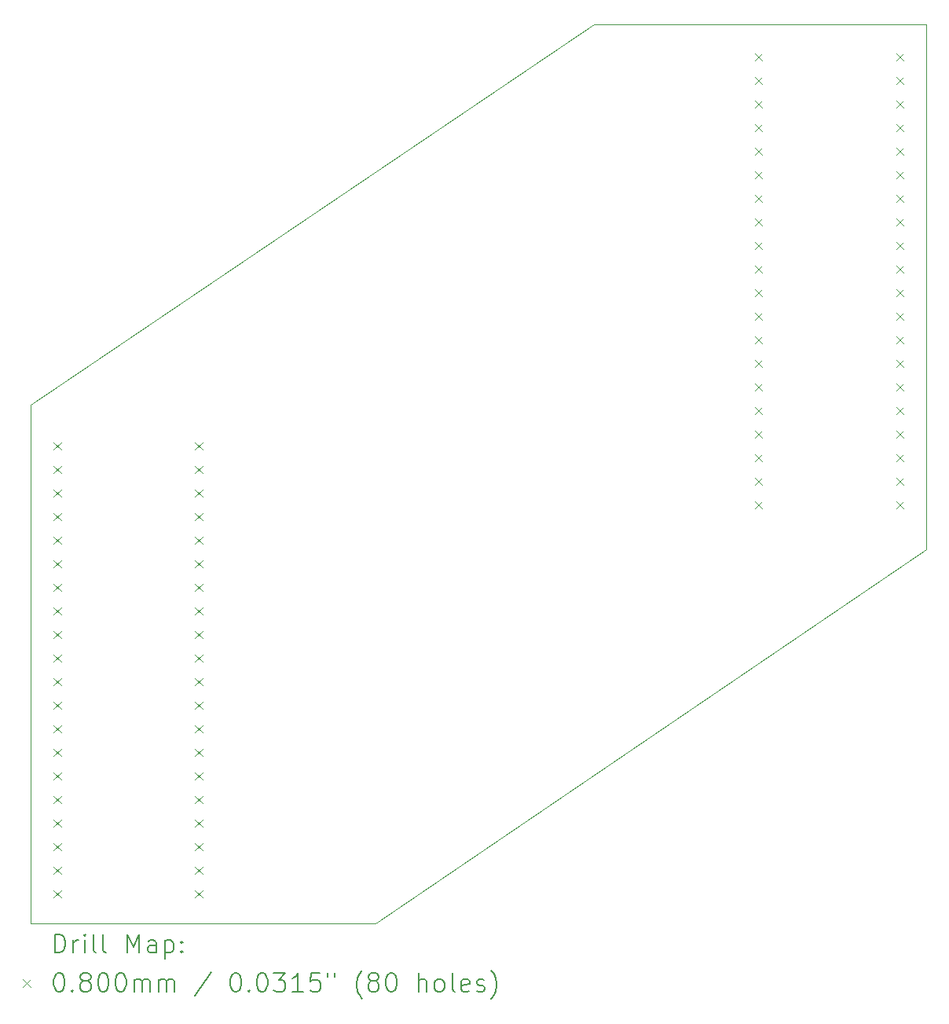
<source format=gbr>
%TF.GenerationSoftware,KiCad,Pcbnew,7.0.7*%
%TF.CreationDate,2024-01-01T13:21:11+01:00*%
%TF.ProjectId,A500-Kickadapter,41353030-2d4b-4696-936b-616461707465,rev?*%
%TF.SameCoordinates,Original*%
%TF.FileFunction,Drillmap*%
%TF.FilePolarity,Positive*%
%FSLAX45Y45*%
G04 Gerber Fmt 4.5, Leading zero omitted, Abs format (unit mm)*
G04 Created by KiCad (PCBNEW 7.0.7) date 2024-01-01 13:21:11*
%MOMM*%
%LPD*%
G01*
G04 APERTURE LIST*
%ADD10C,0.100000*%
%ADD11C,0.200000*%
%ADD12C,0.080000*%
G04 APERTURE END LIST*
D10*
X9810750Y-13208000D02*
X13525500Y-13208000D01*
X19462750Y-3524250D02*
X19462750Y-9175750D01*
X15875000Y-3524250D02*
X9810750Y-7620000D01*
X19462750Y-3524250D02*
X15875000Y-3524250D01*
X9810750Y-13208000D02*
X9810750Y-7620000D01*
X13525500Y-13208000D02*
X19462750Y-9175750D01*
D11*
D12*
X10056500Y-8024500D02*
X10136500Y-8104500D01*
X10136500Y-8024500D02*
X10056500Y-8104500D01*
X10056500Y-8278500D02*
X10136500Y-8358500D01*
X10136500Y-8278500D02*
X10056500Y-8358500D01*
X10056500Y-8532500D02*
X10136500Y-8612500D01*
X10136500Y-8532500D02*
X10056500Y-8612500D01*
X10056500Y-8786500D02*
X10136500Y-8866500D01*
X10136500Y-8786500D02*
X10056500Y-8866500D01*
X10056500Y-9040500D02*
X10136500Y-9120500D01*
X10136500Y-9040500D02*
X10056500Y-9120500D01*
X10056500Y-9294500D02*
X10136500Y-9374500D01*
X10136500Y-9294500D02*
X10056500Y-9374500D01*
X10056500Y-9548500D02*
X10136500Y-9628500D01*
X10136500Y-9548500D02*
X10056500Y-9628500D01*
X10056500Y-9802500D02*
X10136500Y-9882500D01*
X10136500Y-9802500D02*
X10056500Y-9882500D01*
X10056500Y-10056500D02*
X10136500Y-10136500D01*
X10136500Y-10056500D02*
X10056500Y-10136500D01*
X10056500Y-10310500D02*
X10136500Y-10390500D01*
X10136500Y-10310500D02*
X10056500Y-10390500D01*
X10056500Y-10564500D02*
X10136500Y-10644500D01*
X10136500Y-10564500D02*
X10056500Y-10644500D01*
X10056500Y-10818500D02*
X10136500Y-10898500D01*
X10136500Y-10818500D02*
X10056500Y-10898500D01*
X10056500Y-11072500D02*
X10136500Y-11152500D01*
X10136500Y-11072500D02*
X10056500Y-11152500D01*
X10056500Y-11326500D02*
X10136500Y-11406500D01*
X10136500Y-11326500D02*
X10056500Y-11406500D01*
X10056500Y-11580500D02*
X10136500Y-11660500D01*
X10136500Y-11580500D02*
X10056500Y-11660500D01*
X10056500Y-11834500D02*
X10136500Y-11914500D01*
X10136500Y-11834500D02*
X10056500Y-11914500D01*
X10056500Y-12088500D02*
X10136500Y-12168500D01*
X10136500Y-12088500D02*
X10056500Y-12168500D01*
X10056500Y-12342500D02*
X10136500Y-12422500D01*
X10136500Y-12342500D02*
X10056500Y-12422500D01*
X10056500Y-12596500D02*
X10136500Y-12676500D01*
X10136500Y-12596500D02*
X10056500Y-12676500D01*
X10056500Y-12850500D02*
X10136500Y-12930500D01*
X10136500Y-12850500D02*
X10056500Y-12930500D01*
X11580500Y-8024500D02*
X11660500Y-8104500D01*
X11660500Y-8024500D02*
X11580500Y-8104500D01*
X11580500Y-8278500D02*
X11660500Y-8358500D01*
X11660500Y-8278500D02*
X11580500Y-8358500D01*
X11580500Y-8532500D02*
X11660500Y-8612500D01*
X11660500Y-8532500D02*
X11580500Y-8612500D01*
X11580500Y-8786500D02*
X11660500Y-8866500D01*
X11660500Y-8786500D02*
X11580500Y-8866500D01*
X11580500Y-9040500D02*
X11660500Y-9120500D01*
X11660500Y-9040500D02*
X11580500Y-9120500D01*
X11580500Y-9294500D02*
X11660500Y-9374500D01*
X11660500Y-9294500D02*
X11580500Y-9374500D01*
X11580500Y-9548500D02*
X11660500Y-9628500D01*
X11660500Y-9548500D02*
X11580500Y-9628500D01*
X11580500Y-9802500D02*
X11660500Y-9882500D01*
X11660500Y-9802500D02*
X11580500Y-9882500D01*
X11580500Y-10056500D02*
X11660500Y-10136500D01*
X11660500Y-10056500D02*
X11580500Y-10136500D01*
X11580500Y-10310500D02*
X11660500Y-10390500D01*
X11660500Y-10310500D02*
X11580500Y-10390500D01*
X11580500Y-10564500D02*
X11660500Y-10644500D01*
X11660500Y-10564500D02*
X11580500Y-10644500D01*
X11580500Y-10818500D02*
X11660500Y-10898500D01*
X11660500Y-10818500D02*
X11580500Y-10898500D01*
X11580500Y-11072500D02*
X11660500Y-11152500D01*
X11660500Y-11072500D02*
X11580500Y-11152500D01*
X11580500Y-11326500D02*
X11660500Y-11406500D01*
X11660500Y-11326500D02*
X11580500Y-11406500D01*
X11580500Y-11580500D02*
X11660500Y-11660500D01*
X11660500Y-11580500D02*
X11580500Y-11660500D01*
X11580500Y-11834500D02*
X11660500Y-11914500D01*
X11660500Y-11834500D02*
X11580500Y-11914500D01*
X11580500Y-12088500D02*
X11660500Y-12168500D01*
X11660500Y-12088500D02*
X11580500Y-12168500D01*
X11580500Y-12342500D02*
X11660500Y-12422500D01*
X11660500Y-12342500D02*
X11580500Y-12422500D01*
X11580500Y-12596500D02*
X11660500Y-12676500D01*
X11660500Y-12596500D02*
X11580500Y-12676500D01*
X11580500Y-12850500D02*
X11660500Y-12930500D01*
X11660500Y-12850500D02*
X11580500Y-12930500D01*
X17613000Y-3833500D02*
X17693000Y-3913500D01*
X17693000Y-3833500D02*
X17613000Y-3913500D01*
X17613000Y-4087500D02*
X17693000Y-4167500D01*
X17693000Y-4087500D02*
X17613000Y-4167500D01*
X17613000Y-4341500D02*
X17693000Y-4421500D01*
X17693000Y-4341500D02*
X17613000Y-4421500D01*
X17613000Y-4595500D02*
X17693000Y-4675500D01*
X17693000Y-4595500D02*
X17613000Y-4675500D01*
X17613000Y-4849500D02*
X17693000Y-4929500D01*
X17693000Y-4849500D02*
X17613000Y-4929500D01*
X17613000Y-5103500D02*
X17693000Y-5183500D01*
X17693000Y-5103500D02*
X17613000Y-5183500D01*
X17613000Y-5357500D02*
X17693000Y-5437500D01*
X17693000Y-5357500D02*
X17613000Y-5437500D01*
X17613000Y-5611500D02*
X17693000Y-5691500D01*
X17693000Y-5611500D02*
X17613000Y-5691500D01*
X17613000Y-5865500D02*
X17693000Y-5945500D01*
X17693000Y-5865500D02*
X17613000Y-5945500D01*
X17613000Y-6119500D02*
X17693000Y-6199500D01*
X17693000Y-6119500D02*
X17613000Y-6199500D01*
X17613000Y-6373500D02*
X17693000Y-6453500D01*
X17693000Y-6373500D02*
X17613000Y-6453500D01*
X17613000Y-6627500D02*
X17693000Y-6707500D01*
X17693000Y-6627500D02*
X17613000Y-6707500D01*
X17613000Y-6881500D02*
X17693000Y-6961500D01*
X17693000Y-6881500D02*
X17613000Y-6961500D01*
X17613000Y-7135500D02*
X17693000Y-7215500D01*
X17693000Y-7135500D02*
X17613000Y-7215500D01*
X17613000Y-7389500D02*
X17693000Y-7469500D01*
X17693000Y-7389500D02*
X17613000Y-7469500D01*
X17613000Y-7643500D02*
X17693000Y-7723500D01*
X17693000Y-7643500D02*
X17613000Y-7723500D01*
X17613000Y-7897500D02*
X17693000Y-7977500D01*
X17693000Y-7897500D02*
X17613000Y-7977500D01*
X17613000Y-8151500D02*
X17693000Y-8231500D01*
X17693000Y-8151500D02*
X17613000Y-8231500D01*
X17613000Y-8405500D02*
X17693000Y-8485500D01*
X17693000Y-8405500D02*
X17613000Y-8485500D01*
X17613000Y-8659500D02*
X17693000Y-8739500D01*
X17693000Y-8659500D02*
X17613000Y-8739500D01*
X19137000Y-3833500D02*
X19217000Y-3913500D01*
X19217000Y-3833500D02*
X19137000Y-3913500D01*
X19137000Y-4087500D02*
X19217000Y-4167500D01*
X19217000Y-4087500D02*
X19137000Y-4167500D01*
X19137000Y-4341500D02*
X19217000Y-4421500D01*
X19217000Y-4341500D02*
X19137000Y-4421500D01*
X19137000Y-4595500D02*
X19217000Y-4675500D01*
X19217000Y-4595500D02*
X19137000Y-4675500D01*
X19137000Y-4849500D02*
X19217000Y-4929500D01*
X19217000Y-4849500D02*
X19137000Y-4929500D01*
X19137000Y-5103500D02*
X19217000Y-5183500D01*
X19217000Y-5103500D02*
X19137000Y-5183500D01*
X19137000Y-5357500D02*
X19217000Y-5437500D01*
X19217000Y-5357500D02*
X19137000Y-5437500D01*
X19137000Y-5611500D02*
X19217000Y-5691500D01*
X19217000Y-5611500D02*
X19137000Y-5691500D01*
X19137000Y-5865500D02*
X19217000Y-5945500D01*
X19217000Y-5865500D02*
X19137000Y-5945500D01*
X19137000Y-6119500D02*
X19217000Y-6199500D01*
X19217000Y-6119500D02*
X19137000Y-6199500D01*
X19137000Y-6373500D02*
X19217000Y-6453500D01*
X19217000Y-6373500D02*
X19137000Y-6453500D01*
X19137000Y-6627500D02*
X19217000Y-6707500D01*
X19217000Y-6627500D02*
X19137000Y-6707500D01*
X19137000Y-6881500D02*
X19217000Y-6961500D01*
X19217000Y-6881500D02*
X19137000Y-6961500D01*
X19137000Y-7135500D02*
X19217000Y-7215500D01*
X19217000Y-7135500D02*
X19137000Y-7215500D01*
X19137000Y-7389500D02*
X19217000Y-7469500D01*
X19217000Y-7389500D02*
X19137000Y-7469500D01*
X19137000Y-7643500D02*
X19217000Y-7723500D01*
X19217000Y-7643500D02*
X19137000Y-7723500D01*
X19137000Y-7897500D02*
X19217000Y-7977500D01*
X19217000Y-7897500D02*
X19137000Y-7977500D01*
X19137000Y-8151500D02*
X19217000Y-8231500D01*
X19217000Y-8151500D02*
X19137000Y-8231500D01*
X19137000Y-8405500D02*
X19217000Y-8485500D01*
X19217000Y-8405500D02*
X19137000Y-8485500D01*
X19137000Y-8659500D02*
X19217000Y-8739500D01*
X19217000Y-8659500D02*
X19137000Y-8739500D01*
D11*
X10066527Y-13524484D02*
X10066527Y-13324484D01*
X10066527Y-13324484D02*
X10114146Y-13324484D01*
X10114146Y-13324484D02*
X10142717Y-13334008D01*
X10142717Y-13334008D02*
X10161765Y-13353055D01*
X10161765Y-13353055D02*
X10171289Y-13372103D01*
X10171289Y-13372103D02*
X10180813Y-13410198D01*
X10180813Y-13410198D02*
X10180813Y-13438769D01*
X10180813Y-13438769D02*
X10171289Y-13476865D01*
X10171289Y-13476865D02*
X10161765Y-13495912D01*
X10161765Y-13495912D02*
X10142717Y-13514960D01*
X10142717Y-13514960D02*
X10114146Y-13524484D01*
X10114146Y-13524484D02*
X10066527Y-13524484D01*
X10266527Y-13524484D02*
X10266527Y-13391150D01*
X10266527Y-13429246D02*
X10276051Y-13410198D01*
X10276051Y-13410198D02*
X10285574Y-13400674D01*
X10285574Y-13400674D02*
X10304622Y-13391150D01*
X10304622Y-13391150D02*
X10323670Y-13391150D01*
X10390336Y-13524484D02*
X10390336Y-13391150D01*
X10390336Y-13324484D02*
X10380813Y-13334008D01*
X10380813Y-13334008D02*
X10390336Y-13343531D01*
X10390336Y-13343531D02*
X10399860Y-13334008D01*
X10399860Y-13334008D02*
X10390336Y-13324484D01*
X10390336Y-13324484D02*
X10390336Y-13343531D01*
X10514146Y-13524484D02*
X10495098Y-13514960D01*
X10495098Y-13514960D02*
X10485574Y-13495912D01*
X10485574Y-13495912D02*
X10485574Y-13324484D01*
X10618908Y-13524484D02*
X10599860Y-13514960D01*
X10599860Y-13514960D02*
X10590336Y-13495912D01*
X10590336Y-13495912D02*
X10590336Y-13324484D01*
X10847479Y-13524484D02*
X10847479Y-13324484D01*
X10847479Y-13324484D02*
X10914146Y-13467341D01*
X10914146Y-13467341D02*
X10980813Y-13324484D01*
X10980813Y-13324484D02*
X10980813Y-13524484D01*
X11161765Y-13524484D02*
X11161765Y-13419722D01*
X11161765Y-13419722D02*
X11152241Y-13400674D01*
X11152241Y-13400674D02*
X11133194Y-13391150D01*
X11133194Y-13391150D02*
X11095098Y-13391150D01*
X11095098Y-13391150D02*
X11076051Y-13400674D01*
X11161765Y-13514960D02*
X11142717Y-13524484D01*
X11142717Y-13524484D02*
X11095098Y-13524484D01*
X11095098Y-13524484D02*
X11076051Y-13514960D01*
X11076051Y-13514960D02*
X11066527Y-13495912D01*
X11066527Y-13495912D02*
X11066527Y-13476865D01*
X11066527Y-13476865D02*
X11076051Y-13457817D01*
X11076051Y-13457817D02*
X11095098Y-13448293D01*
X11095098Y-13448293D02*
X11142717Y-13448293D01*
X11142717Y-13448293D02*
X11161765Y-13438769D01*
X11257003Y-13391150D02*
X11257003Y-13591150D01*
X11257003Y-13400674D02*
X11276051Y-13391150D01*
X11276051Y-13391150D02*
X11314146Y-13391150D01*
X11314146Y-13391150D02*
X11333193Y-13400674D01*
X11333193Y-13400674D02*
X11342717Y-13410198D01*
X11342717Y-13410198D02*
X11352241Y-13429246D01*
X11352241Y-13429246D02*
X11352241Y-13486388D01*
X11352241Y-13486388D02*
X11342717Y-13505436D01*
X11342717Y-13505436D02*
X11333193Y-13514960D01*
X11333193Y-13514960D02*
X11314146Y-13524484D01*
X11314146Y-13524484D02*
X11276051Y-13524484D01*
X11276051Y-13524484D02*
X11257003Y-13514960D01*
X11437955Y-13505436D02*
X11447479Y-13514960D01*
X11447479Y-13514960D02*
X11437955Y-13524484D01*
X11437955Y-13524484D02*
X11428432Y-13514960D01*
X11428432Y-13514960D02*
X11437955Y-13505436D01*
X11437955Y-13505436D02*
X11437955Y-13524484D01*
X11437955Y-13400674D02*
X11447479Y-13410198D01*
X11447479Y-13410198D02*
X11437955Y-13419722D01*
X11437955Y-13419722D02*
X11428432Y-13410198D01*
X11428432Y-13410198D02*
X11437955Y-13400674D01*
X11437955Y-13400674D02*
X11437955Y-13419722D01*
D12*
X9725750Y-13813000D02*
X9805750Y-13893000D01*
X9805750Y-13813000D02*
X9725750Y-13893000D01*
D11*
X10104622Y-13744484D02*
X10123670Y-13744484D01*
X10123670Y-13744484D02*
X10142717Y-13754008D01*
X10142717Y-13754008D02*
X10152241Y-13763531D01*
X10152241Y-13763531D02*
X10161765Y-13782579D01*
X10161765Y-13782579D02*
X10171289Y-13820674D01*
X10171289Y-13820674D02*
X10171289Y-13868293D01*
X10171289Y-13868293D02*
X10161765Y-13906388D01*
X10161765Y-13906388D02*
X10152241Y-13925436D01*
X10152241Y-13925436D02*
X10142717Y-13934960D01*
X10142717Y-13934960D02*
X10123670Y-13944484D01*
X10123670Y-13944484D02*
X10104622Y-13944484D01*
X10104622Y-13944484D02*
X10085574Y-13934960D01*
X10085574Y-13934960D02*
X10076051Y-13925436D01*
X10076051Y-13925436D02*
X10066527Y-13906388D01*
X10066527Y-13906388D02*
X10057003Y-13868293D01*
X10057003Y-13868293D02*
X10057003Y-13820674D01*
X10057003Y-13820674D02*
X10066527Y-13782579D01*
X10066527Y-13782579D02*
X10076051Y-13763531D01*
X10076051Y-13763531D02*
X10085574Y-13754008D01*
X10085574Y-13754008D02*
X10104622Y-13744484D01*
X10257003Y-13925436D02*
X10266527Y-13934960D01*
X10266527Y-13934960D02*
X10257003Y-13944484D01*
X10257003Y-13944484D02*
X10247479Y-13934960D01*
X10247479Y-13934960D02*
X10257003Y-13925436D01*
X10257003Y-13925436D02*
X10257003Y-13944484D01*
X10380813Y-13830198D02*
X10361765Y-13820674D01*
X10361765Y-13820674D02*
X10352241Y-13811150D01*
X10352241Y-13811150D02*
X10342717Y-13792103D01*
X10342717Y-13792103D02*
X10342717Y-13782579D01*
X10342717Y-13782579D02*
X10352241Y-13763531D01*
X10352241Y-13763531D02*
X10361765Y-13754008D01*
X10361765Y-13754008D02*
X10380813Y-13744484D01*
X10380813Y-13744484D02*
X10418908Y-13744484D01*
X10418908Y-13744484D02*
X10437955Y-13754008D01*
X10437955Y-13754008D02*
X10447479Y-13763531D01*
X10447479Y-13763531D02*
X10457003Y-13782579D01*
X10457003Y-13782579D02*
X10457003Y-13792103D01*
X10457003Y-13792103D02*
X10447479Y-13811150D01*
X10447479Y-13811150D02*
X10437955Y-13820674D01*
X10437955Y-13820674D02*
X10418908Y-13830198D01*
X10418908Y-13830198D02*
X10380813Y-13830198D01*
X10380813Y-13830198D02*
X10361765Y-13839722D01*
X10361765Y-13839722D02*
X10352241Y-13849246D01*
X10352241Y-13849246D02*
X10342717Y-13868293D01*
X10342717Y-13868293D02*
X10342717Y-13906388D01*
X10342717Y-13906388D02*
X10352241Y-13925436D01*
X10352241Y-13925436D02*
X10361765Y-13934960D01*
X10361765Y-13934960D02*
X10380813Y-13944484D01*
X10380813Y-13944484D02*
X10418908Y-13944484D01*
X10418908Y-13944484D02*
X10437955Y-13934960D01*
X10437955Y-13934960D02*
X10447479Y-13925436D01*
X10447479Y-13925436D02*
X10457003Y-13906388D01*
X10457003Y-13906388D02*
X10457003Y-13868293D01*
X10457003Y-13868293D02*
X10447479Y-13849246D01*
X10447479Y-13849246D02*
X10437955Y-13839722D01*
X10437955Y-13839722D02*
X10418908Y-13830198D01*
X10580813Y-13744484D02*
X10599860Y-13744484D01*
X10599860Y-13744484D02*
X10618908Y-13754008D01*
X10618908Y-13754008D02*
X10628432Y-13763531D01*
X10628432Y-13763531D02*
X10637955Y-13782579D01*
X10637955Y-13782579D02*
X10647479Y-13820674D01*
X10647479Y-13820674D02*
X10647479Y-13868293D01*
X10647479Y-13868293D02*
X10637955Y-13906388D01*
X10637955Y-13906388D02*
X10628432Y-13925436D01*
X10628432Y-13925436D02*
X10618908Y-13934960D01*
X10618908Y-13934960D02*
X10599860Y-13944484D01*
X10599860Y-13944484D02*
X10580813Y-13944484D01*
X10580813Y-13944484D02*
X10561765Y-13934960D01*
X10561765Y-13934960D02*
X10552241Y-13925436D01*
X10552241Y-13925436D02*
X10542717Y-13906388D01*
X10542717Y-13906388D02*
X10533194Y-13868293D01*
X10533194Y-13868293D02*
X10533194Y-13820674D01*
X10533194Y-13820674D02*
X10542717Y-13782579D01*
X10542717Y-13782579D02*
X10552241Y-13763531D01*
X10552241Y-13763531D02*
X10561765Y-13754008D01*
X10561765Y-13754008D02*
X10580813Y-13744484D01*
X10771289Y-13744484D02*
X10790336Y-13744484D01*
X10790336Y-13744484D02*
X10809384Y-13754008D01*
X10809384Y-13754008D02*
X10818908Y-13763531D01*
X10818908Y-13763531D02*
X10828432Y-13782579D01*
X10828432Y-13782579D02*
X10837955Y-13820674D01*
X10837955Y-13820674D02*
X10837955Y-13868293D01*
X10837955Y-13868293D02*
X10828432Y-13906388D01*
X10828432Y-13906388D02*
X10818908Y-13925436D01*
X10818908Y-13925436D02*
X10809384Y-13934960D01*
X10809384Y-13934960D02*
X10790336Y-13944484D01*
X10790336Y-13944484D02*
X10771289Y-13944484D01*
X10771289Y-13944484D02*
X10752241Y-13934960D01*
X10752241Y-13934960D02*
X10742717Y-13925436D01*
X10742717Y-13925436D02*
X10733194Y-13906388D01*
X10733194Y-13906388D02*
X10723670Y-13868293D01*
X10723670Y-13868293D02*
X10723670Y-13820674D01*
X10723670Y-13820674D02*
X10733194Y-13782579D01*
X10733194Y-13782579D02*
X10742717Y-13763531D01*
X10742717Y-13763531D02*
X10752241Y-13754008D01*
X10752241Y-13754008D02*
X10771289Y-13744484D01*
X10923670Y-13944484D02*
X10923670Y-13811150D01*
X10923670Y-13830198D02*
X10933194Y-13820674D01*
X10933194Y-13820674D02*
X10952241Y-13811150D01*
X10952241Y-13811150D02*
X10980813Y-13811150D01*
X10980813Y-13811150D02*
X10999860Y-13820674D01*
X10999860Y-13820674D02*
X11009384Y-13839722D01*
X11009384Y-13839722D02*
X11009384Y-13944484D01*
X11009384Y-13839722D02*
X11018908Y-13820674D01*
X11018908Y-13820674D02*
X11037955Y-13811150D01*
X11037955Y-13811150D02*
X11066527Y-13811150D01*
X11066527Y-13811150D02*
X11085575Y-13820674D01*
X11085575Y-13820674D02*
X11095098Y-13839722D01*
X11095098Y-13839722D02*
X11095098Y-13944484D01*
X11190336Y-13944484D02*
X11190336Y-13811150D01*
X11190336Y-13830198D02*
X11199860Y-13820674D01*
X11199860Y-13820674D02*
X11218908Y-13811150D01*
X11218908Y-13811150D02*
X11247479Y-13811150D01*
X11247479Y-13811150D02*
X11266527Y-13820674D01*
X11266527Y-13820674D02*
X11276051Y-13839722D01*
X11276051Y-13839722D02*
X11276051Y-13944484D01*
X11276051Y-13839722D02*
X11285574Y-13820674D01*
X11285574Y-13820674D02*
X11304622Y-13811150D01*
X11304622Y-13811150D02*
X11333193Y-13811150D01*
X11333193Y-13811150D02*
X11352241Y-13820674D01*
X11352241Y-13820674D02*
X11361765Y-13839722D01*
X11361765Y-13839722D02*
X11361765Y-13944484D01*
X11752241Y-13734960D02*
X11580813Y-13992103D01*
X12009384Y-13744484D02*
X12028432Y-13744484D01*
X12028432Y-13744484D02*
X12047479Y-13754008D01*
X12047479Y-13754008D02*
X12057003Y-13763531D01*
X12057003Y-13763531D02*
X12066527Y-13782579D01*
X12066527Y-13782579D02*
X12076051Y-13820674D01*
X12076051Y-13820674D02*
X12076051Y-13868293D01*
X12076051Y-13868293D02*
X12066527Y-13906388D01*
X12066527Y-13906388D02*
X12057003Y-13925436D01*
X12057003Y-13925436D02*
X12047479Y-13934960D01*
X12047479Y-13934960D02*
X12028432Y-13944484D01*
X12028432Y-13944484D02*
X12009384Y-13944484D01*
X12009384Y-13944484D02*
X11990336Y-13934960D01*
X11990336Y-13934960D02*
X11980813Y-13925436D01*
X11980813Y-13925436D02*
X11971289Y-13906388D01*
X11971289Y-13906388D02*
X11961765Y-13868293D01*
X11961765Y-13868293D02*
X11961765Y-13820674D01*
X11961765Y-13820674D02*
X11971289Y-13782579D01*
X11971289Y-13782579D02*
X11980813Y-13763531D01*
X11980813Y-13763531D02*
X11990336Y-13754008D01*
X11990336Y-13754008D02*
X12009384Y-13744484D01*
X12161765Y-13925436D02*
X12171289Y-13934960D01*
X12171289Y-13934960D02*
X12161765Y-13944484D01*
X12161765Y-13944484D02*
X12152241Y-13934960D01*
X12152241Y-13934960D02*
X12161765Y-13925436D01*
X12161765Y-13925436D02*
X12161765Y-13944484D01*
X12295098Y-13744484D02*
X12314146Y-13744484D01*
X12314146Y-13744484D02*
X12333194Y-13754008D01*
X12333194Y-13754008D02*
X12342717Y-13763531D01*
X12342717Y-13763531D02*
X12352241Y-13782579D01*
X12352241Y-13782579D02*
X12361765Y-13820674D01*
X12361765Y-13820674D02*
X12361765Y-13868293D01*
X12361765Y-13868293D02*
X12352241Y-13906388D01*
X12352241Y-13906388D02*
X12342717Y-13925436D01*
X12342717Y-13925436D02*
X12333194Y-13934960D01*
X12333194Y-13934960D02*
X12314146Y-13944484D01*
X12314146Y-13944484D02*
X12295098Y-13944484D01*
X12295098Y-13944484D02*
X12276051Y-13934960D01*
X12276051Y-13934960D02*
X12266527Y-13925436D01*
X12266527Y-13925436D02*
X12257003Y-13906388D01*
X12257003Y-13906388D02*
X12247479Y-13868293D01*
X12247479Y-13868293D02*
X12247479Y-13820674D01*
X12247479Y-13820674D02*
X12257003Y-13782579D01*
X12257003Y-13782579D02*
X12266527Y-13763531D01*
X12266527Y-13763531D02*
X12276051Y-13754008D01*
X12276051Y-13754008D02*
X12295098Y-13744484D01*
X12428432Y-13744484D02*
X12552241Y-13744484D01*
X12552241Y-13744484D02*
X12485575Y-13820674D01*
X12485575Y-13820674D02*
X12514146Y-13820674D01*
X12514146Y-13820674D02*
X12533194Y-13830198D01*
X12533194Y-13830198D02*
X12542717Y-13839722D01*
X12542717Y-13839722D02*
X12552241Y-13858769D01*
X12552241Y-13858769D02*
X12552241Y-13906388D01*
X12552241Y-13906388D02*
X12542717Y-13925436D01*
X12542717Y-13925436D02*
X12533194Y-13934960D01*
X12533194Y-13934960D02*
X12514146Y-13944484D01*
X12514146Y-13944484D02*
X12457003Y-13944484D01*
X12457003Y-13944484D02*
X12437956Y-13934960D01*
X12437956Y-13934960D02*
X12428432Y-13925436D01*
X12742717Y-13944484D02*
X12628432Y-13944484D01*
X12685575Y-13944484D02*
X12685575Y-13744484D01*
X12685575Y-13744484D02*
X12666527Y-13773055D01*
X12666527Y-13773055D02*
X12647479Y-13792103D01*
X12647479Y-13792103D02*
X12628432Y-13801627D01*
X12923670Y-13744484D02*
X12828432Y-13744484D01*
X12828432Y-13744484D02*
X12818908Y-13839722D01*
X12818908Y-13839722D02*
X12828432Y-13830198D01*
X12828432Y-13830198D02*
X12847479Y-13820674D01*
X12847479Y-13820674D02*
X12895098Y-13820674D01*
X12895098Y-13820674D02*
X12914146Y-13830198D01*
X12914146Y-13830198D02*
X12923670Y-13839722D01*
X12923670Y-13839722D02*
X12933194Y-13858769D01*
X12933194Y-13858769D02*
X12933194Y-13906388D01*
X12933194Y-13906388D02*
X12923670Y-13925436D01*
X12923670Y-13925436D02*
X12914146Y-13934960D01*
X12914146Y-13934960D02*
X12895098Y-13944484D01*
X12895098Y-13944484D02*
X12847479Y-13944484D01*
X12847479Y-13944484D02*
X12828432Y-13934960D01*
X12828432Y-13934960D02*
X12818908Y-13925436D01*
X13009384Y-13744484D02*
X13009384Y-13782579D01*
X13085575Y-13744484D02*
X13085575Y-13782579D01*
X13380813Y-14020674D02*
X13371289Y-14011150D01*
X13371289Y-14011150D02*
X13352241Y-13982579D01*
X13352241Y-13982579D02*
X13342718Y-13963531D01*
X13342718Y-13963531D02*
X13333194Y-13934960D01*
X13333194Y-13934960D02*
X13323670Y-13887341D01*
X13323670Y-13887341D02*
X13323670Y-13849246D01*
X13323670Y-13849246D02*
X13333194Y-13801627D01*
X13333194Y-13801627D02*
X13342718Y-13773055D01*
X13342718Y-13773055D02*
X13352241Y-13754008D01*
X13352241Y-13754008D02*
X13371289Y-13725436D01*
X13371289Y-13725436D02*
X13380813Y-13715912D01*
X13485575Y-13830198D02*
X13466527Y-13820674D01*
X13466527Y-13820674D02*
X13457003Y-13811150D01*
X13457003Y-13811150D02*
X13447479Y-13792103D01*
X13447479Y-13792103D02*
X13447479Y-13782579D01*
X13447479Y-13782579D02*
X13457003Y-13763531D01*
X13457003Y-13763531D02*
X13466527Y-13754008D01*
X13466527Y-13754008D02*
X13485575Y-13744484D01*
X13485575Y-13744484D02*
X13523670Y-13744484D01*
X13523670Y-13744484D02*
X13542718Y-13754008D01*
X13542718Y-13754008D02*
X13552241Y-13763531D01*
X13552241Y-13763531D02*
X13561765Y-13782579D01*
X13561765Y-13782579D02*
X13561765Y-13792103D01*
X13561765Y-13792103D02*
X13552241Y-13811150D01*
X13552241Y-13811150D02*
X13542718Y-13820674D01*
X13542718Y-13820674D02*
X13523670Y-13830198D01*
X13523670Y-13830198D02*
X13485575Y-13830198D01*
X13485575Y-13830198D02*
X13466527Y-13839722D01*
X13466527Y-13839722D02*
X13457003Y-13849246D01*
X13457003Y-13849246D02*
X13447479Y-13868293D01*
X13447479Y-13868293D02*
X13447479Y-13906388D01*
X13447479Y-13906388D02*
X13457003Y-13925436D01*
X13457003Y-13925436D02*
X13466527Y-13934960D01*
X13466527Y-13934960D02*
X13485575Y-13944484D01*
X13485575Y-13944484D02*
X13523670Y-13944484D01*
X13523670Y-13944484D02*
X13542718Y-13934960D01*
X13542718Y-13934960D02*
X13552241Y-13925436D01*
X13552241Y-13925436D02*
X13561765Y-13906388D01*
X13561765Y-13906388D02*
X13561765Y-13868293D01*
X13561765Y-13868293D02*
X13552241Y-13849246D01*
X13552241Y-13849246D02*
X13542718Y-13839722D01*
X13542718Y-13839722D02*
X13523670Y-13830198D01*
X13685575Y-13744484D02*
X13704622Y-13744484D01*
X13704622Y-13744484D02*
X13723670Y-13754008D01*
X13723670Y-13754008D02*
X13733194Y-13763531D01*
X13733194Y-13763531D02*
X13742718Y-13782579D01*
X13742718Y-13782579D02*
X13752241Y-13820674D01*
X13752241Y-13820674D02*
X13752241Y-13868293D01*
X13752241Y-13868293D02*
X13742718Y-13906388D01*
X13742718Y-13906388D02*
X13733194Y-13925436D01*
X13733194Y-13925436D02*
X13723670Y-13934960D01*
X13723670Y-13934960D02*
X13704622Y-13944484D01*
X13704622Y-13944484D02*
X13685575Y-13944484D01*
X13685575Y-13944484D02*
X13666527Y-13934960D01*
X13666527Y-13934960D02*
X13657003Y-13925436D01*
X13657003Y-13925436D02*
X13647479Y-13906388D01*
X13647479Y-13906388D02*
X13637956Y-13868293D01*
X13637956Y-13868293D02*
X13637956Y-13820674D01*
X13637956Y-13820674D02*
X13647479Y-13782579D01*
X13647479Y-13782579D02*
X13657003Y-13763531D01*
X13657003Y-13763531D02*
X13666527Y-13754008D01*
X13666527Y-13754008D02*
X13685575Y-13744484D01*
X13990337Y-13944484D02*
X13990337Y-13744484D01*
X14076051Y-13944484D02*
X14076051Y-13839722D01*
X14076051Y-13839722D02*
X14066527Y-13820674D01*
X14066527Y-13820674D02*
X14047480Y-13811150D01*
X14047480Y-13811150D02*
X14018908Y-13811150D01*
X14018908Y-13811150D02*
X13999860Y-13820674D01*
X13999860Y-13820674D02*
X13990337Y-13830198D01*
X14199860Y-13944484D02*
X14180813Y-13934960D01*
X14180813Y-13934960D02*
X14171289Y-13925436D01*
X14171289Y-13925436D02*
X14161765Y-13906388D01*
X14161765Y-13906388D02*
X14161765Y-13849246D01*
X14161765Y-13849246D02*
X14171289Y-13830198D01*
X14171289Y-13830198D02*
X14180813Y-13820674D01*
X14180813Y-13820674D02*
X14199860Y-13811150D01*
X14199860Y-13811150D02*
X14228432Y-13811150D01*
X14228432Y-13811150D02*
X14247480Y-13820674D01*
X14247480Y-13820674D02*
X14257003Y-13830198D01*
X14257003Y-13830198D02*
X14266527Y-13849246D01*
X14266527Y-13849246D02*
X14266527Y-13906388D01*
X14266527Y-13906388D02*
X14257003Y-13925436D01*
X14257003Y-13925436D02*
X14247480Y-13934960D01*
X14247480Y-13934960D02*
X14228432Y-13944484D01*
X14228432Y-13944484D02*
X14199860Y-13944484D01*
X14380813Y-13944484D02*
X14361765Y-13934960D01*
X14361765Y-13934960D02*
X14352241Y-13915912D01*
X14352241Y-13915912D02*
X14352241Y-13744484D01*
X14533194Y-13934960D02*
X14514146Y-13944484D01*
X14514146Y-13944484D02*
X14476051Y-13944484D01*
X14476051Y-13944484D02*
X14457003Y-13934960D01*
X14457003Y-13934960D02*
X14447480Y-13915912D01*
X14447480Y-13915912D02*
X14447480Y-13839722D01*
X14447480Y-13839722D02*
X14457003Y-13820674D01*
X14457003Y-13820674D02*
X14476051Y-13811150D01*
X14476051Y-13811150D02*
X14514146Y-13811150D01*
X14514146Y-13811150D02*
X14533194Y-13820674D01*
X14533194Y-13820674D02*
X14542718Y-13839722D01*
X14542718Y-13839722D02*
X14542718Y-13858769D01*
X14542718Y-13858769D02*
X14447480Y-13877817D01*
X14618908Y-13934960D02*
X14637956Y-13944484D01*
X14637956Y-13944484D02*
X14676051Y-13944484D01*
X14676051Y-13944484D02*
X14695099Y-13934960D01*
X14695099Y-13934960D02*
X14704622Y-13915912D01*
X14704622Y-13915912D02*
X14704622Y-13906388D01*
X14704622Y-13906388D02*
X14695099Y-13887341D01*
X14695099Y-13887341D02*
X14676051Y-13877817D01*
X14676051Y-13877817D02*
X14647480Y-13877817D01*
X14647480Y-13877817D02*
X14628432Y-13868293D01*
X14628432Y-13868293D02*
X14618908Y-13849246D01*
X14618908Y-13849246D02*
X14618908Y-13839722D01*
X14618908Y-13839722D02*
X14628432Y-13820674D01*
X14628432Y-13820674D02*
X14647480Y-13811150D01*
X14647480Y-13811150D02*
X14676051Y-13811150D01*
X14676051Y-13811150D02*
X14695099Y-13820674D01*
X14771289Y-14020674D02*
X14780813Y-14011150D01*
X14780813Y-14011150D02*
X14799861Y-13982579D01*
X14799861Y-13982579D02*
X14809384Y-13963531D01*
X14809384Y-13963531D02*
X14818908Y-13934960D01*
X14818908Y-13934960D02*
X14828432Y-13887341D01*
X14828432Y-13887341D02*
X14828432Y-13849246D01*
X14828432Y-13849246D02*
X14818908Y-13801627D01*
X14818908Y-13801627D02*
X14809384Y-13773055D01*
X14809384Y-13773055D02*
X14799861Y-13754008D01*
X14799861Y-13754008D02*
X14780813Y-13725436D01*
X14780813Y-13725436D02*
X14771289Y-13715912D01*
M02*

</source>
